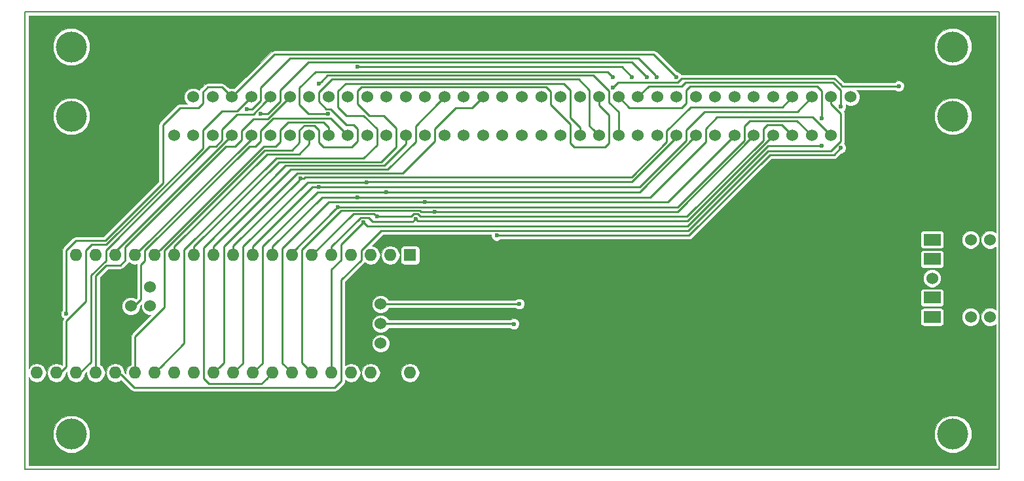
<source format=gbr>
G04 #@! TF.FileFunction,Copper,L2,Bot,Signal*
%FSLAX46Y46*%
G04 Gerber Fmt 4.6, Leading zero omitted, Abs format (unit mm)*
G04 Created by KiCad (PCBNEW 4.0.4-stable) date 12/28/18 13:00:29*
%MOMM*%
%LPD*%
G01*
G04 APERTURE LIST*
%ADD10C,0.100000*%
%ADD11C,0.150000*%
%ADD12C,4.000000*%
%ADD13C,1.524000*%
%ADD14R,1.600000X1.600000*%
%ADD15O,1.600000X1.600000*%
%ADD16R,1.500000X2.200000*%
%ADD17R,2.200000X1.500000*%
%ADD18C,0.600000*%
%ADD19C,2.000000*%
%ADD20C,0.250000*%
G04 APERTURE END LIST*
D10*
D11*
X211500000Y-150700000D02*
X211500000Y-91500000D01*
X85500000Y-150700000D02*
X85500000Y-91500000D01*
X85500000Y-91500000D02*
X211500000Y-91500000D01*
X85500000Y-150700000D02*
X211500000Y-150700000D01*
D12*
X91501100Y-105003600D03*
D13*
X192251100Y-107503600D03*
X189751100Y-107503600D03*
X187251100Y-107503600D03*
X184751100Y-107503600D03*
X182251100Y-107503600D03*
X179751100Y-107503600D03*
X177251100Y-107503600D03*
X174751100Y-107503600D03*
X172251100Y-107503600D03*
X169751100Y-107503600D03*
X167251100Y-107503600D03*
X164751100Y-107503600D03*
X162251100Y-107503600D03*
X159751100Y-107503600D03*
X157251100Y-107503600D03*
X154751100Y-107503600D03*
X152251100Y-107503600D03*
X149751100Y-107503600D03*
X147251100Y-107503600D03*
X144751100Y-107503600D03*
X142251100Y-107503600D03*
X139751100Y-107503600D03*
X137251100Y-107503600D03*
X134751100Y-107503600D03*
X132251100Y-107503600D03*
X129751100Y-107503600D03*
X127251100Y-107503600D03*
X124751100Y-107503600D03*
X122251100Y-107503600D03*
X119751100Y-107503600D03*
X117251100Y-107503600D03*
X114751100Y-107503600D03*
X112251100Y-107503600D03*
X109751100Y-107503600D03*
X107251100Y-107503600D03*
X104751100Y-107503600D03*
X192251100Y-102503600D03*
X189751100Y-102503600D03*
X187251100Y-102503600D03*
X184751100Y-102503600D03*
X182251100Y-102503600D03*
X179751100Y-102503600D03*
X177251100Y-102503600D03*
X174751100Y-102503600D03*
X172251100Y-102503600D03*
X169751100Y-102503600D03*
X167251100Y-102503600D03*
X164751100Y-102503600D03*
X162251100Y-102503600D03*
X159751100Y-102503600D03*
X157251100Y-102503600D03*
X154751100Y-102503600D03*
X152251100Y-102503600D03*
X149751100Y-102503600D03*
X147251100Y-102503600D03*
X144751100Y-102503600D03*
X142251100Y-102503600D03*
X139751100Y-102503600D03*
X137251100Y-102503600D03*
X134751100Y-102503600D03*
X132251100Y-102503600D03*
X129751100Y-102503600D03*
X127251100Y-102503600D03*
X124751100Y-102503600D03*
X122251100Y-102503600D03*
X119751100Y-102503600D03*
X117251100Y-102503600D03*
X114751100Y-102503600D03*
X112251100Y-102503600D03*
X109751100Y-102503600D03*
X107251100Y-102503600D03*
X104751100Y-102503600D03*
D12*
X205501100Y-105003600D03*
X205500000Y-96000000D03*
X91500000Y-96000000D03*
D13*
X96700000Y-127100000D03*
X99200000Y-127100000D03*
X101700000Y-127100000D03*
D14*
X135300000Y-123000000D03*
D15*
X87040000Y-138240000D03*
X132760000Y-123000000D03*
X89580000Y-138240000D03*
X130220000Y-123000000D03*
X92120000Y-138240000D03*
X127680000Y-123000000D03*
X94660000Y-138240000D03*
X125140000Y-123000000D03*
X97200000Y-138240000D03*
X122600000Y-123000000D03*
X99740000Y-138240000D03*
X120060000Y-123000000D03*
X102280000Y-138240000D03*
X117520000Y-123000000D03*
X104820000Y-138240000D03*
X114980000Y-123000000D03*
X107360000Y-138240000D03*
X112440000Y-123000000D03*
X109900000Y-138240000D03*
X109900000Y-123000000D03*
X112440000Y-138240000D03*
X107360000Y-123000000D03*
X114980000Y-138240000D03*
X104820000Y-123000000D03*
X117520000Y-138240000D03*
X102280000Y-123000000D03*
X120060000Y-138240000D03*
X99740000Y-123000000D03*
X122600000Y-138240000D03*
X97200000Y-123000000D03*
X125140000Y-138240000D03*
X94660000Y-123000000D03*
X127680000Y-138240000D03*
X92120000Y-123000000D03*
X130220000Y-138240000D03*
X89580000Y-123000000D03*
X132760000Y-138240000D03*
X87040000Y-123000000D03*
X135300000Y-138240000D03*
D13*
X131490000Y-134430000D03*
X131490000Y-131890000D03*
X131490000Y-129350000D03*
X131490000Y-126810000D03*
X101700000Y-129600000D03*
X99200000Y-129600000D03*
X96700000Y-129600000D03*
D12*
X205500000Y-146200000D03*
D13*
X202800000Y-126000000D03*
X207800000Y-121000000D03*
X207800000Y-131000000D03*
X210300000Y-121000000D03*
X210300000Y-131000000D03*
D16*
X207800000Y-126000000D03*
D17*
X202800000Y-123500000D03*
X202800000Y-128500000D03*
X202800000Y-131000000D03*
X202800000Y-121000000D03*
D12*
X91500000Y-146200000D03*
D18*
X128502129Y-115474990D03*
X125958051Y-116758051D03*
X131000000Y-118000000D03*
X136000000Y-118300000D03*
X138500000Y-117374977D03*
X137200000Y-116124965D03*
X132200000Y-114800000D03*
X129700000Y-113525011D03*
X128500000Y-98607704D03*
X164000000Y-99899992D03*
X161500000Y-99900000D03*
X124700000Y-104674968D03*
X123500000Y-100800000D03*
X149400000Y-129300000D03*
X148725010Y-131900000D03*
X188500000Y-108800000D03*
X188500000Y-105300000D03*
X129300000Y-118725010D03*
X191000000Y-103775000D03*
X191000000Y-109100000D03*
X146500000Y-120450011D03*
X115931587Y-104707011D03*
X165899998Y-99900000D03*
X167200000Y-99900000D03*
X114200000Y-104100000D03*
X123516944Y-114150021D03*
X121141949Y-113058051D03*
X90850000Y-130625000D03*
X169700000Y-99900000D03*
X198500000Y-101100000D03*
X161500000Y-101300000D03*
D19*
X132760000Y-138240000D02*
X132760000Y-137140000D01*
X132760000Y-137140000D02*
X134900000Y-135000000D01*
X134900000Y-135000000D02*
X204800000Y-135000000D01*
X205500000Y-134300000D02*
X205500000Y-128700000D01*
X204800000Y-135000000D02*
X205500000Y-134300000D01*
X205500000Y-128700000D02*
X208200000Y-126000000D01*
D20*
X128926393Y-115474990D02*
X128502129Y-115474990D01*
X166325010Y-115474990D02*
X128926393Y-115474990D01*
X173500000Y-106600000D02*
X173500000Y-108300000D01*
X128077865Y-115474990D02*
X128502129Y-115474990D01*
X117520000Y-123000000D02*
X117520000Y-121868630D01*
X189751100Y-107503600D02*
X187347500Y-105100000D01*
X175000000Y-105100000D02*
X173500000Y-106600000D01*
X123913640Y-115474990D02*
X128077865Y-115474990D01*
X173500000Y-108300000D02*
X166325010Y-115474990D01*
X187347500Y-105100000D02*
X175000000Y-105100000D01*
X117520000Y-121868630D02*
X123913640Y-115474990D01*
X187251100Y-107503600D02*
X185347500Y-105600000D01*
X178500000Y-106300000D02*
X178500000Y-108118290D01*
X185347500Y-105600000D02*
X179200000Y-105600000D01*
X125966135Y-116749967D02*
X125958051Y-116758051D01*
X179200000Y-105600000D02*
X178500000Y-106300000D01*
X178500000Y-108118290D02*
X169868323Y-116749967D01*
X169868323Y-116749967D02*
X125966135Y-116749967D01*
X120060000Y-123000000D02*
X120000000Y-122940000D01*
X120000000Y-122940000D02*
X120000000Y-122716102D01*
X120000000Y-122716102D02*
X125658052Y-117058050D01*
X125658052Y-117058050D02*
X125958051Y-116758051D01*
X184751100Y-107503600D02*
X183347500Y-106100000D01*
X181000000Y-108118290D02*
X171118311Y-117999979D01*
X171118311Y-117999979D02*
X136599979Y-117999979D01*
X183347500Y-106100000D02*
X181500000Y-106100000D01*
X136249989Y-117649989D02*
X135750011Y-117649989D01*
X181500000Y-106100000D02*
X181000000Y-106600000D01*
X181000000Y-106600000D02*
X181000000Y-108118290D01*
X136599979Y-117999979D02*
X136249989Y-117649989D01*
X135750011Y-117649989D02*
X135400000Y-118000000D01*
X135400000Y-118000000D02*
X131000000Y-118000000D01*
X130700001Y-117700001D02*
X131000000Y-118000000D01*
X122600000Y-123000000D02*
X127950011Y-117649989D01*
X127950011Y-117649989D02*
X130649989Y-117649989D01*
X130649989Y-117649989D02*
X130700001Y-117700001D01*
X125140000Y-123000000D02*
X125140000Y-121868630D01*
X125140000Y-121868630D02*
X128908630Y-118100000D01*
X129900000Y-118100000D02*
X130425003Y-118625003D01*
X128908630Y-118100000D02*
X129900000Y-118100000D01*
X130425003Y-118625003D02*
X135674997Y-118625003D01*
X135674997Y-118625003D02*
X135700001Y-118599999D01*
X135700001Y-118599999D02*
X136000000Y-118300000D01*
X182251100Y-107503600D02*
X171154701Y-118599999D01*
X171154701Y-118599999D02*
X136299999Y-118599999D01*
X136299999Y-118599999D02*
X136000000Y-118300000D01*
X138500000Y-117374977D02*
X136674977Y-117374977D01*
X136674977Y-117374977D02*
X136499978Y-117199978D01*
X121300000Y-136940000D02*
X122600000Y-138240000D01*
X136499978Y-117199978D02*
X126400022Y-117199978D01*
X126400022Y-117199978D02*
X121300000Y-122300000D01*
X121300000Y-122300000D02*
X121300000Y-136940000D01*
X138924264Y-117374977D02*
X138500000Y-117374977D01*
X169879723Y-117374977D02*
X138924264Y-117374977D01*
X179751100Y-107503600D02*
X169879723Y-117374977D01*
X120060000Y-138240000D02*
X118800000Y-136980000D01*
X118800000Y-136980000D02*
X118800000Y-122097824D01*
X118800000Y-122097824D02*
X124797824Y-116100000D01*
X124797824Y-116100000D02*
X137175035Y-116100000D01*
X137175035Y-116100000D02*
X137200000Y-116124965D01*
X137624264Y-116124965D02*
X137200000Y-116124965D01*
X177251100Y-107503600D02*
X168629735Y-116124965D01*
X168629735Y-116124965D02*
X137624264Y-116124965D01*
X109275000Y-139675000D02*
X116085000Y-139675000D01*
X116720001Y-139039999D02*
X117520000Y-138240000D01*
X134751100Y-107503600D02*
X134751100Y-108581230D01*
X119200000Y-111400000D02*
X108600000Y-122000000D01*
X116085000Y-139675000D02*
X116720001Y-139039999D01*
X134751100Y-108581230D02*
X131932330Y-111400000D01*
X108600000Y-139000000D02*
X109275000Y-139675000D01*
X131932330Y-111400000D02*
X119200000Y-111400000D01*
X108600000Y-122000000D02*
X108600000Y-139000000D01*
X172251100Y-107503600D02*
X164954700Y-114800000D01*
X164954700Y-114800000D02*
X132624264Y-114800000D01*
X132624264Y-114800000D02*
X132200000Y-114800000D01*
X131775736Y-114800000D02*
X132200000Y-114800000D01*
X123300000Y-114800000D02*
X131775736Y-114800000D01*
X116200000Y-137020000D02*
X116200000Y-121900000D01*
X114980000Y-138240000D02*
X116200000Y-137020000D01*
X116200000Y-121900000D02*
X123300000Y-114800000D01*
X169751100Y-107503600D02*
X169751100Y-107748900D01*
X169751100Y-107748900D02*
X164000000Y-113500000D01*
X164000000Y-113500000D02*
X130124264Y-113500000D01*
X129275736Y-113525011D02*
X129700000Y-113525011D01*
X113700000Y-121900000D02*
X122074989Y-113525011D01*
X113700000Y-136980000D02*
X113700000Y-121900000D01*
X112440000Y-138240000D02*
X113700000Y-136980000D01*
X122074989Y-113525011D02*
X129275736Y-113525011D01*
X135900000Y-113500000D02*
X130124264Y-113500000D01*
X129725011Y-113500000D02*
X129700000Y-113525011D01*
X130124264Y-113500000D02*
X129725011Y-113500000D01*
X99200000Y-129600000D02*
X99600000Y-129600000D01*
X99600000Y-129600000D02*
X100450000Y-128750000D01*
X100450000Y-128750000D02*
X100450000Y-124250000D01*
X125047478Y-105299978D02*
X126489101Y-106741601D01*
X100450000Y-124250000D02*
X101000000Y-123700000D01*
X101000000Y-123700000D02*
X101000000Y-122400000D01*
X101000000Y-122400000D02*
X114500000Y-108900000D01*
X114500000Y-108900000D02*
X115300000Y-108900000D01*
X115300000Y-108900000D02*
X116000000Y-108200000D01*
X116000000Y-108200000D02*
X116000000Y-106900000D01*
X116000000Y-106900000D02*
X117600022Y-105299978D01*
X117600022Y-105299978D02*
X125047478Y-105299978D01*
X126489101Y-106741601D02*
X127251100Y-107503600D01*
X164000000Y-99899992D02*
X162707712Y-98607704D01*
X128924264Y-98607704D02*
X128500000Y-98607704D01*
X162707712Y-98607704D02*
X128924264Y-98607704D01*
X161200001Y-99600001D02*
X161500000Y-99900000D01*
X123067286Y-99232714D02*
X160832714Y-99232714D01*
X121000000Y-101300000D02*
X123067286Y-99232714D01*
X121000000Y-103500000D02*
X121000000Y-101300000D01*
X160832714Y-99232714D02*
X161200001Y-99600001D01*
X122174968Y-104674968D02*
X121000000Y-103500000D01*
X124700000Y-104674968D02*
X122174968Y-104674968D01*
X103079999Y-122183590D02*
X116363589Y-108900000D01*
X124751100Y-106425970D02*
X124751100Y-107503600D01*
X119550011Y-105749989D02*
X124075119Y-105749989D01*
X124075119Y-105749989D02*
X124751100Y-106425970D01*
X118500000Y-106800000D02*
X119550011Y-105749989D01*
X118500000Y-108300000D02*
X118500000Y-106800000D01*
X116363589Y-108900000D02*
X117900000Y-108900000D01*
X102280000Y-123000000D02*
X103079999Y-122200001D01*
X117900000Y-108900000D02*
X118500000Y-108300000D01*
X103079999Y-122200001D02*
X103079999Y-122183590D01*
X104820000Y-123000000D02*
X104820000Y-121868630D01*
X104820000Y-121868630D02*
X116788630Y-109900000D01*
X116788630Y-109900000D02*
X120932330Y-109900000D01*
X120932330Y-109900000D02*
X122251100Y-108581230D01*
X122251100Y-108581230D02*
X122251100Y-107503600D01*
X123799999Y-100500001D02*
X123500000Y-100800000D01*
X128940401Y-99700000D02*
X128940379Y-99700022D01*
X124599978Y-99700022D02*
X123799999Y-100500001D01*
X159000000Y-99700000D02*
X128940401Y-99700000D01*
X161000000Y-101700000D02*
X159000000Y-99700000D01*
X162251100Y-104451100D02*
X161000000Y-103200000D01*
X162251100Y-107503600D02*
X162251100Y-104451100D01*
X161000000Y-103200000D02*
X161000000Y-101700000D01*
X128940379Y-99700022D02*
X124599978Y-99700022D01*
X124100000Y-109000000D02*
X127700000Y-109000000D01*
X103550000Y-129725000D02*
X103550000Y-122350000D01*
X99740000Y-133535000D02*
X103550000Y-129725000D01*
X99740000Y-138240000D02*
X99740000Y-133535000D01*
X103550000Y-122350000D02*
X116500000Y-109400000D01*
X127700000Y-109000000D02*
X128500000Y-108200000D01*
X116500000Y-109400000D02*
X120000000Y-109400000D01*
X120000000Y-109400000D02*
X121000000Y-108400000D01*
X158500000Y-106252500D02*
X158989101Y-106741601D01*
X123500000Y-106800000D02*
X123500000Y-108400000D01*
X121000000Y-108400000D02*
X121000000Y-106800000D01*
X121000000Y-106800000D02*
X121600000Y-106200000D01*
X123500000Y-101900000D02*
X125200020Y-100199980D01*
X121600000Y-106200000D02*
X122900000Y-106200000D01*
X127050034Y-106100000D02*
X125000001Y-104049967D01*
X122900000Y-106200000D02*
X123500000Y-106800000D01*
X123500000Y-108400000D02*
X124100000Y-109000000D01*
X128500000Y-108200000D02*
X128500000Y-106600000D01*
X128500000Y-106600000D02*
X128000000Y-106100000D01*
X128000000Y-106100000D02*
X127050034Y-106100000D01*
X125000001Y-104049967D02*
X124449967Y-104049967D01*
X124449967Y-104049967D02*
X123500000Y-103100000D01*
X123500000Y-103100000D02*
X123500000Y-101900000D01*
X158989101Y-106741601D02*
X159751100Y-107503600D01*
X125200020Y-100199980D02*
X157099980Y-100199980D01*
X157099980Y-100199980D02*
X158500000Y-101600000D01*
X158500000Y-101600000D02*
X158500000Y-106252500D01*
X157251100Y-107503600D02*
X157251100Y-106425970D01*
X129300000Y-110400000D02*
X118000000Y-110400000D01*
X157251100Y-106425970D02*
X156000000Y-105174870D01*
X156000000Y-105174870D02*
X156000000Y-101600000D01*
X118000000Y-110400000D02*
X106100000Y-122300000D01*
X156000000Y-101600000D02*
X155149989Y-100749989D01*
X126950011Y-100749989D02*
X126000000Y-101700000D01*
X155149989Y-100749989D02*
X126950011Y-100749989D01*
X131000000Y-108700000D02*
X129300000Y-110400000D01*
X126000000Y-101700000D02*
X126000000Y-103800000D01*
X126000000Y-103800000D02*
X127100000Y-104900000D01*
X127100000Y-104900000D02*
X129300000Y-104900000D01*
X129300000Y-104900000D02*
X131000000Y-106600000D01*
X131000000Y-106600000D02*
X131000000Y-108700000D01*
X106100000Y-122300000D02*
X106100000Y-134420000D01*
X106100000Y-134420000D02*
X103079999Y-137440001D01*
X103079999Y-137440001D02*
X102280000Y-138240000D01*
X149400000Y-129300000D02*
X131540000Y-129300000D01*
X131540000Y-129300000D02*
X131490000Y-129350000D01*
X148715010Y-131890000D02*
X148725010Y-131900000D01*
X131490000Y-131890000D02*
X148715010Y-131890000D01*
X162251100Y-102503600D02*
X163647500Y-103900000D01*
X188500000Y-101700000D02*
X188500000Y-103200000D01*
X163647500Y-103900000D02*
X170400000Y-103900000D01*
X171000000Y-103300000D02*
X171000000Y-101600000D01*
X170400000Y-103900000D02*
X171000000Y-103300000D01*
X171000000Y-101600000D02*
X171500000Y-101100000D01*
X171500000Y-101100000D02*
X187900000Y-101100000D01*
X187900000Y-101100000D02*
X188500000Y-101700000D01*
X188500000Y-103200000D02*
X188500000Y-105300000D01*
X129300000Y-118725010D02*
X129774990Y-119200000D01*
X129774990Y-119200000D02*
X171200000Y-119200000D01*
X171200000Y-119200000D02*
X181600000Y-108800000D01*
X181600000Y-108800000D02*
X188500000Y-108800000D01*
X125140000Y-138240000D02*
X125140000Y-124860000D01*
X125140000Y-124860000D02*
X126400000Y-123600000D01*
X126400000Y-123600000D02*
X126400000Y-121625010D01*
X129000001Y-119025009D02*
X129300000Y-118725010D01*
X126400000Y-121625010D02*
X129000001Y-119025009D01*
X164751100Y-102503600D02*
X166154700Y-101100000D01*
X166154700Y-101100000D02*
X170450000Y-101100000D01*
X170450000Y-101100000D02*
X170950000Y-100600000D01*
X170950000Y-100600000D02*
X190000000Y-100600000D01*
X190000000Y-100600000D02*
X191000000Y-101600000D01*
X191000000Y-101600000D02*
X191000000Y-103350736D01*
X191000000Y-103350736D02*
X191000000Y-103775000D01*
X181800000Y-110000000D02*
X190100000Y-110000000D01*
X190100000Y-110000000D02*
X191000000Y-109100000D01*
X181800000Y-110000000D02*
X171349989Y-120450011D01*
X171349989Y-120450011D02*
X146924264Y-120450011D01*
X146924264Y-120450011D02*
X146500000Y-120450011D01*
X118500000Y-101600000D02*
X118500000Y-103100000D01*
X116355851Y-104707011D02*
X115931587Y-104707011D01*
X118500000Y-103100000D02*
X116892989Y-104707011D01*
X163974996Y-97974998D02*
X122125002Y-97974998D01*
X122125002Y-97974998D02*
X118500000Y-101600000D01*
X165899998Y-99900000D02*
X163974996Y-97974998D01*
X116892989Y-104707011D02*
X116355851Y-104707011D01*
X114751100Y-107988900D02*
X114751100Y-107503600D01*
X99740000Y-123000000D02*
X114751100Y-107988900D01*
X119799977Y-97500023D02*
X164800023Y-97500023D01*
X166900001Y-99600001D02*
X167200000Y-99900000D01*
X114200000Y-104100000D02*
X114863589Y-104100000D01*
X116000000Y-102963589D02*
X116000000Y-101300000D01*
X114863589Y-104100000D02*
X116000000Y-102963589D01*
X116000000Y-101300000D02*
X119799977Y-97500023D01*
X164800023Y-97500023D02*
X166900001Y-99600001D01*
X112251100Y-107503600D02*
X97200000Y-122554700D01*
X97200000Y-122554700D02*
X97200000Y-123000000D01*
X189751100Y-102503600D02*
X189751100Y-103426100D01*
X189751100Y-103426100D02*
X191000000Y-104675000D01*
X97385000Y-138425000D02*
X97200000Y-138240000D01*
X191000000Y-104675000D02*
X191000000Y-108200000D01*
X171274999Y-119825001D02*
X131578870Y-119825001D01*
X129000000Y-123600000D02*
X126400000Y-126200000D01*
X125574989Y-140125011D02*
X99600011Y-140125011D01*
X191000000Y-108200000D02*
X189700000Y-109500000D01*
X189700000Y-109500000D02*
X181600000Y-109500000D01*
X181600000Y-109500000D02*
X171274999Y-119825001D01*
X131578870Y-119825001D02*
X129000000Y-122403871D01*
X126400000Y-126200000D02*
X126400000Y-139300000D01*
X129000000Y-122403871D02*
X129000000Y-123600000D01*
X126400000Y-139300000D02*
X125574989Y-140125011D01*
X99600011Y-140125011D02*
X97900000Y-138425000D01*
X97900000Y-138425000D02*
X97385000Y-138425000D01*
X114980000Y-121868630D02*
X122698609Y-114150021D01*
X123092680Y-114150021D02*
X123516944Y-114150021D01*
X164968269Y-114150021D02*
X123941208Y-114150021D01*
X123941208Y-114150021D02*
X123516944Y-114150021D01*
X171000000Y-108118290D02*
X164968269Y-114150021D01*
X171000000Y-106800000D02*
X171000000Y-108118290D01*
X173400000Y-104400000D02*
X171000000Y-106800000D01*
X185354700Y-104400000D02*
X173400000Y-104400000D01*
X122698609Y-114150021D02*
X123092680Y-114150021D01*
X187251100Y-102503600D02*
X185354700Y-104400000D01*
X114980000Y-123000000D02*
X114980000Y-121868630D01*
X120841950Y-113358050D02*
X121141949Y-113058051D01*
X112440000Y-121760000D02*
X120841950Y-113358050D01*
X168500000Y-108300000D02*
X163941948Y-112858052D01*
X112440000Y-123000000D02*
X112440000Y-121760000D01*
X121766212Y-112858052D02*
X121566213Y-113058051D01*
X171600000Y-103800000D02*
X168500000Y-106900000D01*
X163941948Y-112858052D02*
X121766212Y-112858052D01*
X183454700Y-103800000D02*
X171600000Y-103800000D01*
X184751100Y-102503600D02*
X183454700Y-103800000D01*
X168500000Y-106900000D02*
X168500000Y-108300000D01*
X121566213Y-113058051D02*
X121141949Y-113058051D01*
X109900000Y-123000000D02*
X109900000Y-121868630D01*
X109900000Y-121868630D02*
X119868630Y-111900000D01*
X136000000Y-108300000D02*
X136000000Y-106254700D01*
X119868630Y-111900000D02*
X132400000Y-111900000D01*
X138989101Y-103265599D02*
X139751100Y-102503600D01*
X132400000Y-111900000D02*
X136000000Y-108300000D01*
X136000000Y-106254700D02*
X138989101Y-103265599D01*
X94660000Y-138240000D02*
X94660000Y-125640000D01*
X94660000Y-125640000D02*
X96000000Y-124300000D01*
X115067988Y-105332012D02*
X116922688Y-105332012D01*
X96000000Y-124300000D02*
X97850000Y-124300000D01*
X98475000Y-121925000D02*
X111500000Y-108900000D01*
X97850000Y-124300000D02*
X98475000Y-123675000D01*
X111500000Y-108900000D02*
X112700000Y-108900000D01*
X113500000Y-106900000D02*
X115067988Y-105332012D01*
X98475000Y-123675000D02*
X98475000Y-121925000D01*
X112700000Y-108900000D02*
X113500000Y-108100000D01*
X113500000Y-108100000D02*
X113500000Y-106900000D01*
X116922688Y-105332012D02*
X118989101Y-103265599D01*
X118989101Y-103265599D02*
X119751100Y-102503600D01*
X92120000Y-138240000D02*
X92635000Y-138240000D01*
X94025000Y-136850000D02*
X94025000Y-125625000D01*
X95950000Y-123700000D02*
X95950000Y-122350000D01*
X92635000Y-138240000D02*
X94025000Y-136850000D01*
X94025000Y-125625000D02*
X95950000Y-123700000D01*
X95950000Y-122350000D02*
X109400000Y-108900000D01*
X109400000Y-108900000D02*
X110200000Y-108900000D01*
X110200000Y-108900000D02*
X111000000Y-108100000D01*
X111000000Y-108100000D02*
X111000000Y-106700000D01*
X116489101Y-103265599D02*
X117251100Y-102503600D01*
X111000000Y-106700000D02*
X112950011Y-104749989D01*
X112950011Y-104749989D02*
X115004711Y-104749989D01*
X115004711Y-104749989D02*
X116489101Y-103265599D01*
X89580000Y-138240000D02*
X90060000Y-138240000D01*
X90060000Y-138240000D02*
X90850000Y-137450000D01*
X90850000Y-137450000D02*
X90850000Y-131550000D01*
X108500000Y-109150000D02*
X108500000Y-106800000D01*
X90850000Y-131550000D02*
X93400000Y-129000000D01*
X96000000Y-121650000D02*
X108500000Y-109150000D01*
X108500000Y-106800000D02*
X111000022Y-104299978D01*
X93400000Y-129000000D02*
X93400000Y-122400000D01*
X93400000Y-122400000D02*
X94150000Y-121650000D01*
X94150000Y-121650000D02*
X96000000Y-121650000D01*
X111000022Y-104299978D02*
X112954722Y-104299978D01*
X112954722Y-104299978D02*
X113989101Y-103265599D01*
X113989101Y-103265599D02*
X114751100Y-102503600D01*
X90850000Y-130625000D02*
X90850000Y-122350000D01*
X110972500Y-101225000D02*
X112251100Y-102503600D01*
X90850000Y-122350000D02*
X92075000Y-121125000D01*
X92075000Y-121125000D02*
X95875000Y-121125000D01*
X95875000Y-121125000D02*
X103325000Y-113675000D01*
X105550000Y-103900000D02*
X107900000Y-103900000D01*
X103325000Y-113675000D02*
X103325000Y-106125000D01*
X103325000Y-106125000D02*
X105550000Y-103900000D01*
X108500000Y-103300000D02*
X108500000Y-101850000D01*
X107900000Y-103900000D02*
X108500000Y-103300000D01*
X108500000Y-101850000D02*
X109125000Y-101225000D01*
X109125000Y-101225000D02*
X110972500Y-101225000D01*
X87040000Y-138240000D02*
X87360000Y-138240000D01*
X166800000Y-97000000D02*
X169400001Y-99600001D01*
X169400001Y-99600001D02*
X169700000Y-99900000D01*
X117754700Y-97000000D02*
X166800000Y-97000000D01*
X112251100Y-102503600D02*
X117754700Y-97000000D01*
X156500000Y-109000000D02*
X156000000Y-108500000D01*
X159751100Y-102503600D02*
X159751100Y-103581230D01*
X153500000Y-103500000D02*
X153500000Y-101800000D01*
X159751100Y-103581230D02*
X161000000Y-104830130D01*
X161000000Y-104830130D02*
X161000000Y-108500000D01*
X131563589Y-110900000D02*
X118328630Y-110900000D01*
X161000000Y-108500000D02*
X160500000Y-109000000D01*
X160500000Y-109000000D02*
X156500000Y-109000000D01*
X156000000Y-108500000D02*
X156000000Y-106000000D01*
X131900000Y-104900000D02*
X133500000Y-106500000D01*
X153500000Y-101800000D02*
X152900000Y-101200000D01*
X156000000Y-106000000D02*
X153500000Y-103500000D01*
X130000000Y-104900000D02*
X131900000Y-104900000D01*
X152900000Y-101200000D02*
X129000000Y-101200000D01*
X128500000Y-101700000D02*
X128500000Y-103400000D01*
X129000000Y-101200000D02*
X128500000Y-101700000D01*
X128500000Y-103400000D02*
X130000000Y-104900000D01*
X133500000Y-106500000D02*
X133500000Y-108963589D01*
X133500000Y-108963589D02*
X131563589Y-110900000D01*
X118328630Y-110900000D02*
X107360000Y-121868630D01*
X107360000Y-121868630D02*
X107360000Y-123000000D01*
X191150000Y-101100000D02*
X198500000Y-101100000D01*
X190950000Y-100900000D02*
X191150000Y-101100000D01*
X190950000Y-100900000D02*
X190150000Y-100100000D01*
X190150000Y-100100000D02*
X170400000Y-100100000D01*
X170400000Y-100100000D02*
X169899999Y-100600001D01*
X169899999Y-100600001D02*
X162199999Y-100600001D01*
X162199999Y-100600001D02*
X161799999Y-101000001D01*
X161799999Y-101000001D02*
X161500000Y-101300000D01*
X144751100Y-102503600D02*
X143354700Y-103900000D01*
X143354700Y-103900000D02*
X141200000Y-103900000D01*
X134300000Y-112400000D02*
X120700000Y-112400000D01*
X141200000Y-103900000D02*
X138500000Y-106600000D01*
X138500000Y-106600000D02*
X138500000Y-108200000D01*
X138500000Y-108200000D02*
X134300000Y-112400000D01*
X120700000Y-112400000D02*
X111200000Y-121900000D01*
X111200000Y-121900000D02*
X111200000Y-136940000D01*
X111200000Y-136940000D02*
X110699999Y-137440001D01*
X110699999Y-137440001D02*
X109900000Y-138240000D01*
D10*
G36*
X211025000Y-120081514D02*
X210959080Y-120015479D01*
X210532150Y-119838202D01*
X210069878Y-119837799D01*
X209642640Y-120014330D01*
X209315479Y-120340920D01*
X209138202Y-120767850D01*
X209137799Y-121230122D01*
X209314330Y-121657360D01*
X209640920Y-121984521D01*
X210067850Y-122161798D01*
X210530122Y-122162201D01*
X210957360Y-121985670D01*
X211025000Y-121918148D01*
X211025000Y-130081514D01*
X210959080Y-130015479D01*
X210532150Y-129838202D01*
X210069878Y-129837799D01*
X209642640Y-130014330D01*
X209315479Y-130340920D01*
X209138202Y-130767850D01*
X209137799Y-131230122D01*
X209314330Y-131657360D01*
X209640920Y-131984521D01*
X210067850Y-132161798D01*
X210530122Y-132162201D01*
X210957360Y-131985670D01*
X211025000Y-131918148D01*
X211025000Y-150225000D01*
X85975000Y-150225000D01*
X85975000Y-146675295D01*
X89099584Y-146675295D01*
X89464192Y-147557715D01*
X90138734Y-148233435D01*
X91020516Y-148599583D01*
X91975295Y-148600416D01*
X92857715Y-148235808D01*
X93533435Y-147561266D01*
X93899583Y-146679484D01*
X93899586Y-146675295D01*
X203099584Y-146675295D01*
X203464192Y-147557715D01*
X204138734Y-148233435D01*
X205020516Y-148599583D01*
X205975295Y-148600416D01*
X206857715Y-148235808D01*
X207533435Y-147561266D01*
X207899583Y-146679484D01*
X207900416Y-145724705D01*
X207535808Y-144842285D01*
X206861266Y-144166565D01*
X205979484Y-143800417D01*
X205024705Y-143799584D01*
X204142285Y-144164192D01*
X203466565Y-144838734D01*
X203100417Y-145720516D01*
X203099584Y-146675295D01*
X93899586Y-146675295D01*
X93900416Y-145724705D01*
X93535808Y-144842285D01*
X92861266Y-144166565D01*
X91979484Y-143800417D01*
X91024705Y-143799584D01*
X90142285Y-144164192D01*
X89466565Y-144838734D01*
X89100417Y-145720516D01*
X89099584Y-146675295D01*
X85975000Y-146675295D01*
X85975000Y-138788063D01*
X86191472Y-139112037D01*
X86580780Y-139372164D01*
X87040000Y-139463509D01*
X87499220Y-139372164D01*
X87888528Y-139112037D01*
X88148655Y-138722729D01*
X88240000Y-138263509D01*
X88240000Y-138216491D01*
X88380000Y-138216491D01*
X88380000Y-138263509D01*
X88471345Y-138722729D01*
X88731472Y-139112037D01*
X89120780Y-139372164D01*
X89580000Y-139463509D01*
X90039220Y-139372164D01*
X90428528Y-139112037D01*
X90688655Y-138722729D01*
X90780000Y-138263509D01*
X90780000Y-138262462D01*
X90943348Y-138099114D01*
X90920000Y-138216491D01*
X90920000Y-138263509D01*
X91011345Y-138722729D01*
X91271472Y-139112037D01*
X91660780Y-139372164D01*
X92120000Y-139463509D01*
X92579220Y-139372164D01*
X92968528Y-139112037D01*
X93228655Y-138722729D01*
X93311569Y-138305893D01*
X93474657Y-138142805D01*
X93460000Y-138216491D01*
X93460000Y-138263509D01*
X93551345Y-138722729D01*
X93811472Y-139112037D01*
X94200780Y-139372164D01*
X94660000Y-139463509D01*
X95119220Y-139372164D01*
X95508528Y-139112037D01*
X95768655Y-138722729D01*
X95860000Y-138263509D01*
X95860000Y-138216491D01*
X95768655Y-137757271D01*
X95508528Y-137367963D01*
X95185000Y-137151789D01*
X95185000Y-125857462D01*
X96217462Y-124825000D01*
X97850000Y-124825000D01*
X98050909Y-124785037D01*
X98221231Y-124671231D01*
X98846231Y-124046231D01*
X98940662Y-123904905D01*
X99280780Y-124132164D01*
X99740000Y-124223509D01*
X99938108Y-124184103D01*
X99925000Y-124250000D01*
X99925000Y-128532538D01*
X99847053Y-128610485D01*
X99432150Y-128438202D01*
X98969878Y-128437799D01*
X98542640Y-128614330D01*
X98215479Y-128940920D01*
X98038202Y-129367850D01*
X98037799Y-129830122D01*
X98214330Y-130257360D01*
X98540920Y-130584521D01*
X98967850Y-130761798D01*
X99430122Y-130762201D01*
X99857360Y-130585670D01*
X100184521Y-130259080D01*
X100361798Y-129832150D01*
X100362017Y-129580445D01*
X100538170Y-129404292D01*
X100537799Y-129830122D01*
X100714330Y-130257360D01*
X101040920Y-130584521D01*
X101467850Y-130761798D01*
X101770476Y-130762062D01*
X99368769Y-133163769D01*
X99254963Y-133334091D01*
X99215000Y-133535000D01*
X99215000Y-137151789D01*
X98891472Y-137367963D01*
X98631345Y-137757271D01*
X98540000Y-138216491D01*
X98540000Y-138263509D01*
X98554657Y-138337195D01*
X98391569Y-138174107D01*
X98308655Y-137757271D01*
X98048528Y-137367963D01*
X97659220Y-137107836D01*
X97200000Y-137016491D01*
X96740780Y-137107836D01*
X96351472Y-137367963D01*
X96091345Y-137757271D01*
X96000000Y-138216491D01*
X96000000Y-138263509D01*
X96091345Y-138722729D01*
X96351472Y-139112037D01*
X96740780Y-139372164D01*
X97200000Y-139463509D01*
X97659220Y-139372164D01*
X97926267Y-139193729D01*
X99228780Y-140496242D01*
X99399102Y-140610048D01*
X99600011Y-140650011D01*
X125574989Y-140650011D01*
X125775898Y-140610048D01*
X125946220Y-140496242D01*
X126771231Y-139671231D01*
X126885037Y-139500909D01*
X126925000Y-139300000D01*
X126925000Y-139174530D01*
X127220780Y-139372164D01*
X127680000Y-139463509D01*
X128139220Y-139372164D01*
X128528528Y-139112037D01*
X128788655Y-138722729D01*
X128880000Y-138263509D01*
X128880000Y-138216491D01*
X129020000Y-138216491D01*
X129020000Y-138263509D01*
X129111345Y-138722729D01*
X129371472Y-139112037D01*
X129760780Y-139372164D01*
X130220000Y-139463509D01*
X130679220Y-139372164D01*
X131068528Y-139112037D01*
X131328655Y-138722729D01*
X131420000Y-138263509D01*
X131420000Y-138216491D01*
X134100000Y-138216491D01*
X134100000Y-138263509D01*
X134191345Y-138722729D01*
X134451472Y-139112037D01*
X134840780Y-139372164D01*
X135300000Y-139463509D01*
X135759220Y-139372164D01*
X136148528Y-139112037D01*
X136408655Y-138722729D01*
X136500000Y-138263509D01*
X136500000Y-138216491D01*
X136408655Y-137757271D01*
X136148528Y-137367963D01*
X135759220Y-137107836D01*
X135300000Y-137016491D01*
X134840780Y-137107836D01*
X134451472Y-137367963D01*
X134191345Y-137757271D01*
X134100000Y-138216491D01*
X131420000Y-138216491D01*
X131328655Y-137757271D01*
X131068528Y-137367963D01*
X130679220Y-137107836D01*
X130220000Y-137016491D01*
X129760780Y-137107836D01*
X129371472Y-137367963D01*
X129111345Y-137757271D01*
X129020000Y-138216491D01*
X128880000Y-138216491D01*
X128788655Y-137757271D01*
X128528528Y-137367963D01*
X128139220Y-137107836D01*
X127680000Y-137016491D01*
X127220780Y-137107836D01*
X126925000Y-137305470D01*
X126925000Y-134660122D01*
X130327799Y-134660122D01*
X130504330Y-135087360D01*
X130830920Y-135414521D01*
X131257850Y-135591798D01*
X131720122Y-135592201D01*
X132147360Y-135415670D01*
X132474521Y-135089080D01*
X132651798Y-134662150D01*
X132652201Y-134199878D01*
X132475670Y-133772640D01*
X132149080Y-133445479D01*
X131722150Y-133268202D01*
X131259878Y-133267799D01*
X130832640Y-133444330D01*
X130505479Y-133770920D01*
X130328202Y-134197850D01*
X130327799Y-134660122D01*
X126925000Y-134660122D01*
X126925000Y-132120122D01*
X130327799Y-132120122D01*
X130504330Y-132547360D01*
X130830920Y-132874521D01*
X131257850Y-133051798D01*
X131720122Y-133052201D01*
X132147360Y-132875670D01*
X132474521Y-132549080D01*
X132530196Y-132415000D01*
X148250025Y-132415000D01*
X148327974Y-132493085D01*
X148585160Y-132599878D01*
X148863638Y-132600121D01*
X149121010Y-132493777D01*
X149318095Y-132297036D01*
X149424888Y-132039850D01*
X149425131Y-131761372D01*
X149318787Y-131504000D01*
X149122046Y-131306915D01*
X148864860Y-131200122D01*
X148586382Y-131199879D01*
X148329010Y-131306223D01*
X148270130Y-131365000D01*
X132530360Y-131365000D01*
X132475670Y-131232640D01*
X132149080Y-130905479D01*
X131722150Y-130728202D01*
X131259878Y-130727799D01*
X130832640Y-130904330D01*
X130505479Y-131230920D01*
X130328202Y-131657850D01*
X130327799Y-132120122D01*
X126925000Y-132120122D01*
X126925000Y-129580122D01*
X130327799Y-129580122D01*
X130504330Y-130007360D01*
X130830920Y-130334521D01*
X131257850Y-130511798D01*
X131720122Y-130512201D01*
X132147360Y-130335670D01*
X132233179Y-130250000D01*
X201292164Y-130250000D01*
X201292164Y-131750000D01*
X201320056Y-131898231D01*
X201407660Y-132034372D01*
X201541329Y-132125704D01*
X201700000Y-132157836D01*
X203900000Y-132157836D01*
X204048231Y-132129944D01*
X204184372Y-132042340D01*
X204275704Y-131908671D01*
X204307836Y-131750000D01*
X204307836Y-131230122D01*
X206637799Y-131230122D01*
X206814330Y-131657360D01*
X207140920Y-131984521D01*
X207567850Y-132161798D01*
X208030122Y-132162201D01*
X208457360Y-131985670D01*
X208784521Y-131659080D01*
X208961798Y-131232150D01*
X208962201Y-130769878D01*
X208785670Y-130342640D01*
X208459080Y-130015479D01*
X208032150Y-129838202D01*
X207569878Y-129837799D01*
X207142640Y-130014330D01*
X206815479Y-130340920D01*
X206638202Y-130767850D01*
X206637799Y-131230122D01*
X204307836Y-131230122D01*
X204307836Y-130250000D01*
X204279944Y-130101769D01*
X204192340Y-129965628D01*
X204058671Y-129874296D01*
X203900000Y-129842164D01*
X201700000Y-129842164D01*
X201551769Y-129870056D01*
X201415628Y-129957660D01*
X201324296Y-130091329D01*
X201292164Y-130250000D01*
X132233179Y-130250000D01*
X132474521Y-130009080D01*
X132550958Y-129825000D01*
X148934998Y-129825000D01*
X149002964Y-129893085D01*
X149260150Y-129999878D01*
X149538628Y-130000121D01*
X149796000Y-129893777D01*
X149993085Y-129697036D01*
X150099878Y-129439850D01*
X150100121Y-129161372D01*
X149993777Y-128904000D01*
X149797036Y-128706915D01*
X149539850Y-128600122D01*
X149261372Y-128599879D01*
X149004000Y-128706223D01*
X148935103Y-128775000D01*
X132509700Y-128775000D01*
X132475670Y-128692640D01*
X132149080Y-128365479D01*
X131722150Y-128188202D01*
X131259878Y-128187799D01*
X130832640Y-128364330D01*
X130505479Y-128690920D01*
X130328202Y-129117850D01*
X130327799Y-129580122D01*
X126925000Y-129580122D01*
X126925000Y-127750000D01*
X201292164Y-127750000D01*
X201292164Y-129250000D01*
X201320056Y-129398231D01*
X201407660Y-129534372D01*
X201541329Y-129625704D01*
X201700000Y-129657836D01*
X203900000Y-129657836D01*
X204048231Y-129629944D01*
X204184372Y-129542340D01*
X204275704Y-129408671D01*
X204307836Y-129250000D01*
X204307836Y-127750000D01*
X204279944Y-127601769D01*
X204192340Y-127465628D01*
X204058671Y-127374296D01*
X203900000Y-127342164D01*
X201700000Y-127342164D01*
X201551769Y-127370056D01*
X201415628Y-127457660D01*
X201324296Y-127591329D01*
X201292164Y-127750000D01*
X126925000Y-127750000D01*
X126925000Y-126417462D01*
X127112340Y-126230122D01*
X201637799Y-126230122D01*
X201814330Y-126657360D01*
X202140920Y-126984521D01*
X202567850Y-127161798D01*
X203030122Y-127162201D01*
X203457360Y-126985670D01*
X203784521Y-126659080D01*
X203961798Y-126232150D01*
X203962201Y-125769878D01*
X203785670Y-125342640D01*
X203459080Y-125015479D01*
X203032150Y-124838202D01*
X202569878Y-124837799D01*
X202142640Y-125014330D01*
X201815479Y-125340920D01*
X201638202Y-125767850D01*
X201637799Y-126230122D01*
X127112340Y-126230122D01*
X129371231Y-123971231D01*
X129417127Y-123902543D01*
X129760780Y-124132164D01*
X130220000Y-124223509D01*
X130679220Y-124132164D01*
X131068528Y-123872037D01*
X131328655Y-123482729D01*
X131420000Y-123023509D01*
X131420000Y-122976491D01*
X131560000Y-122976491D01*
X131560000Y-123023509D01*
X131651345Y-123482729D01*
X131911472Y-123872037D01*
X132300780Y-124132164D01*
X132760000Y-124223509D01*
X133219220Y-124132164D01*
X133608528Y-123872037D01*
X133868655Y-123482729D01*
X133960000Y-123023509D01*
X133960000Y-122976491D01*
X133868655Y-122517271D01*
X133656662Y-122200000D01*
X134092164Y-122200000D01*
X134092164Y-123800000D01*
X134120056Y-123948231D01*
X134207660Y-124084372D01*
X134341329Y-124175704D01*
X134500000Y-124207836D01*
X136100000Y-124207836D01*
X136248231Y-124179944D01*
X136384372Y-124092340D01*
X136475704Y-123958671D01*
X136507836Y-123800000D01*
X136507836Y-122750000D01*
X201292164Y-122750000D01*
X201292164Y-124250000D01*
X201320056Y-124398231D01*
X201407660Y-124534372D01*
X201541329Y-124625704D01*
X201700000Y-124657836D01*
X203900000Y-124657836D01*
X204048231Y-124629944D01*
X204184372Y-124542340D01*
X204275704Y-124408671D01*
X204307836Y-124250000D01*
X204307836Y-122750000D01*
X204279944Y-122601769D01*
X204192340Y-122465628D01*
X204058671Y-122374296D01*
X203900000Y-122342164D01*
X201700000Y-122342164D01*
X201551769Y-122370056D01*
X201415628Y-122457660D01*
X201324296Y-122591329D01*
X201292164Y-122750000D01*
X136507836Y-122750000D01*
X136507836Y-122200000D01*
X136479944Y-122051769D01*
X136392340Y-121915628D01*
X136258671Y-121824296D01*
X136100000Y-121792164D01*
X134500000Y-121792164D01*
X134351769Y-121820056D01*
X134215628Y-121907660D01*
X134124296Y-122041329D01*
X134092164Y-122200000D01*
X133656662Y-122200000D01*
X133608528Y-122127963D01*
X133219220Y-121867836D01*
X132760000Y-121776491D01*
X132300780Y-121867836D01*
X131911472Y-122127963D01*
X131651345Y-122517271D01*
X131560000Y-122976491D01*
X131420000Y-122976491D01*
X131328655Y-122517271D01*
X131068528Y-122127963D01*
X130679220Y-121867836D01*
X130344982Y-121801351D01*
X131796332Y-120350001D01*
X145800087Y-120350001D01*
X145799879Y-120588639D01*
X145906223Y-120846011D01*
X146102964Y-121043096D01*
X146360150Y-121149889D01*
X146638628Y-121150132D01*
X146896000Y-121043788D01*
X146964897Y-120975011D01*
X171349989Y-120975011D01*
X171550898Y-120935048D01*
X171721220Y-120821242D01*
X172292462Y-120250000D01*
X201292164Y-120250000D01*
X201292164Y-121750000D01*
X201320056Y-121898231D01*
X201407660Y-122034372D01*
X201541329Y-122125704D01*
X201700000Y-122157836D01*
X203900000Y-122157836D01*
X204048231Y-122129944D01*
X204184372Y-122042340D01*
X204275704Y-121908671D01*
X204307836Y-121750000D01*
X204307836Y-121230122D01*
X206637799Y-121230122D01*
X206814330Y-121657360D01*
X207140920Y-121984521D01*
X207567850Y-122161798D01*
X208030122Y-122162201D01*
X208457360Y-121985670D01*
X208784521Y-121659080D01*
X208961798Y-121232150D01*
X208962201Y-120769878D01*
X208785670Y-120342640D01*
X208459080Y-120015479D01*
X208032150Y-119838202D01*
X207569878Y-119837799D01*
X207142640Y-120014330D01*
X206815479Y-120340920D01*
X206638202Y-120767850D01*
X206637799Y-121230122D01*
X204307836Y-121230122D01*
X204307836Y-120250000D01*
X204279944Y-120101769D01*
X204192340Y-119965628D01*
X204058671Y-119874296D01*
X203900000Y-119842164D01*
X201700000Y-119842164D01*
X201551769Y-119870056D01*
X201415628Y-119957660D01*
X201324296Y-120091329D01*
X201292164Y-120250000D01*
X172292462Y-120250000D01*
X182017462Y-110525000D01*
X190100000Y-110525000D01*
X190300909Y-110485037D01*
X190471231Y-110371231D01*
X191042425Y-109800037D01*
X191138628Y-109800121D01*
X191396000Y-109693777D01*
X191593085Y-109497036D01*
X191699878Y-109239850D01*
X191700121Y-108961372D01*
X191593777Y-108704000D01*
X191407321Y-108517218D01*
X191485037Y-108400909D01*
X191525000Y-108200000D01*
X191525000Y-105478895D01*
X203100684Y-105478895D01*
X203465292Y-106361315D01*
X204139834Y-107037035D01*
X205021616Y-107403183D01*
X205976395Y-107404016D01*
X206858815Y-107039408D01*
X207534535Y-106364866D01*
X207900683Y-105483084D01*
X207901516Y-104528305D01*
X207536908Y-103645885D01*
X206862366Y-102970165D01*
X205980584Y-102604017D01*
X205025805Y-102603184D01*
X204143385Y-102967792D01*
X203467665Y-103642334D01*
X203101517Y-104524116D01*
X203100684Y-105478895D01*
X191525000Y-105478895D01*
X191525000Y-104675000D01*
X191485037Y-104474091D01*
X191407199Y-104357598D01*
X191593085Y-104172036D01*
X191699878Y-103914850D01*
X191700121Y-103636372D01*
X191648567Y-103511601D01*
X192018950Y-103665398D01*
X192481222Y-103665801D01*
X192908460Y-103489270D01*
X193235621Y-103162680D01*
X193412898Y-102735750D01*
X193413301Y-102273478D01*
X193236770Y-101846240D01*
X193015916Y-101625000D01*
X198034998Y-101625000D01*
X198102964Y-101693085D01*
X198360150Y-101799878D01*
X198638628Y-101800121D01*
X198896000Y-101693777D01*
X199093085Y-101497036D01*
X199199878Y-101239850D01*
X199200121Y-100961372D01*
X199093777Y-100704000D01*
X198897036Y-100506915D01*
X198639850Y-100400122D01*
X198361372Y-100399879D01*
X198104000Y-100506223D01*
X198035103Y-100575000D01*
X191367462Y-100575000D01*
X190521231Y-99728769D01*
X190350909Y-99614963D01*
X190150000Y-99575000D01*
X170400000Y-99575000D01*
X170328953Y-99589132D01*
X170293777Y-99504000D01*
X170097036Y-99306915D01*
X169839850Y-99200122D01*
X169742499Y-99200037D01*
X167171231Y-96628769D01*
X167000909Y-96514963D01*
X166801484Y-96475295D01*
X203099584Y-96475295D01*
X203464192Y-97357715D01*
X204138734Y-98033435D01*
X205020516Y-98399583D01*
X205975295Y-98400416D01*
X206857715Y-98035808D01*
X207533435Y-97361266D01*
X207899583Y-96479484D01*
X207900416Y-95524705D01*
X207535808Y-94642285D01*
X206861266Y-93966565D01*
X205979484Y-93600417D01*
X205024705Y-93599584D01*
X204142285Y-93964192D01*
X203466565Y-94638734D01*
X203100417Y-95520516D01*
X203099584Y-96475295D01*
X166801484Y-96475295D01*
X166800000Y-96475000D01*
X117754700Y-96475000D01*
X117553791Y-96514963D01*
X117383469Y-96628769D01*
X112615515Y-101396723D01*
X112483250Y-101341802D01*
X112020978Y-101341399D01*
X111886802Y-101396840D01*
X111343731Y-100853769D01*
X111173409Y-100739963D01*
X110972500Y-100700000D01*
X109125000Y-100700000D01*
X108924091Y-100739963D01*
X108753769Y-100853769D01*
X108128769Y-101478769D01*
X108024988Y-101634088D01*
X107910180Y-101519079D01*
X107483250Y-101341802D01*
X107020978Y-101341399D01*
X106593740Y-101517930D01*
X106266579Y-101844520D01*
X106089302Y-102271450D01*
X106088899Y-102733722D01*
X106265430Y-103160960D01*
X106479096Y-103375000D01*
X105550000Y-103375000D01*
X105349091Y-103414963D01*
X105178769Y-103528769D01*
X102953769Y-105753769D01*
X102839963Y-105924091D01*
X102800000Y-106125000D01*
X102800000Y-113457538D01*
X95657538Y-120600000D01*
X92075000Y-120600000D01*
X91874091Y-120639963D01*
X91703769Y-120753769D01*
X90478769Y-121978769D01*
X90364963Y-122149091D01*
X90325000Y-122350000D01*
X90325000Y-130159998D01*
X90256915Y-130227964D01*
X90150122Y-130485150D01*
X90149879Y-130763628D01*
X90256223Y-131021000D01*
X90452685Y-131217806D01*
X90364963Y-131349091D01*
X90325000Y-131550000D01*
X90325000Y-137232538D01*
X90285286Y-137272252D01*
X90039220Y-137107836D01*
X89580000Y-137016491D01*
X89120780Y-137107836D01*
X88731472Y-137367963D01*
X88471345Y-137757271D01*
X88380000Y-138216491D01*
X88240000Y-138216491D01*
X88148655Y-137757271D01*
X87888528Y-137367963D01*
X87499220Y-137107836D01*
X87040000Y-137016491D01*
X86580780Y-137107836D01*
X86191472Y-137367963D01*
X85975000Y-137691937D01*
X85975000Y-105478895D01*
X89100684Y-105478895D01*
X89465292Y-106361315D01*
X90139834Y-107037035D01*
X91021616Y-107403183D01*
X91976395Y-107404016D01*
X92858815Y-107039408D01*
X93534535Y-106364866D01*
X93900683Y-105483084D01*
X93901516Y-104528305D01*
X93536908Y-103645885D01*
X92862366Y-102970165D01*
X91980584Y-102604017D01*
X91025805Y-102603184D01*
X90143385Y-102967792D01*
X89467665Y-103642334D01*
X89101517Y-104524116D01*
X89100684Y-105478895D01*
X85975000Y-105478895D01*
X85975000Y-96475295D01*
X89099584Y-96475295D01*
X89464192Y-97357715D01*
X90138734Y-98033435D01*
X91020516Y-98399583D01*
X91975295Y-98400416D01*
X92857715Y-98035808D01*
X93533435Y-97361266D01*
X93899583Y-96479484D01*
X93900416Y-95524705D01*
X93535808Y-94642285D01*
X92861266Y-93966565D01*
X91979484Y-93600417D01*
X91024705Y-93599584D01*
X90142285Y-93964192D01*
X89466565Y-94638734D01*
X89100417Y-95520516D01*
X89099584Y-96475295D01*
X85975000Y-96475295D01*
X85975000Y-91975000D01*
X211025000Y-91975000D01*
X211025000Y-120081514D01*
X211025000Y-120081514D01*
G37*
X211025000Y-120081514D02*
X210959080Y-120015479D01*
X210532150Y-119838202D01*
X210069878Y-119837799D01*
X209642640Y-120014330D01*
X209315479Y-120340920D01*
X209138202Y-120767850D01*
X209137799Y-121230122D01*
X209314330Y-121657360D01*
X209640920Y-121984521D01*
X210067850Y-122161798D01*
X210530122Y-122162201D01*
X210957360Y-121985670D01*
X211025000Y-121918148D01*
X211025000Y-130081514D01*
X210959080Y-130015479D01*
X210532150Y-129838202D01*
X210069878Y-129837799D01*
X209642640Y-130014330D01*
X209315479Y-130340920D01*
X209138202Y-130767850D01*
X209137799Y-131230122D01*
X209314330Y-131657360D01*
X209640920Y-131984521D01*
X210067850Y-132161798D01*
X210530122Y-132162201D01*
X210957360Y-131985670D01*
X211025000Y-131918148D01*
X211025000Y-150225000D01*
X85975000Y-150225000D01*
X85975000Y-146675295D01*
X89099584Y-146675295D01*
X89464192Y-147557715D01*
X90138734Y-148233435D01*
X91020516Y-148599583D01*
X91975295Y-148600416D01*
X92857715Y-148235808D01*
X93533435Y-147561266D01*
X93899583Y-146679484D01*
X93899586Y-146675295D01*
X203099584Y-146675295D01*
X203464192Y-147557715D01*
X204138734Y-148233435D01*
X205020516Y-148599583D01*
X205975295Y-148600416D01*
X206857715Y-148235808D01*
X207533435Y-147561266D01*
X207899583Y-146679484D01*
X207900416Y-145724705D01*
X207535808Y-144842285D01*
X206861266Y-144166565D01*
X205979484Y-143800417D01*
X205024705Y-143799584D01*
X204142285Y-144164192D01*
X203466565Y-144838734D01*
X203100417Y-145720516D01*
X203099584Y-146675295D01*
X93899586Y-146675295D01*
X93900416Y-145724705D01*
X93535808Y-144842285D01*
X92861266Y-144166565D01*
X91979484Y-143800417D01*
X91024705Y-143799584D01*
X90142285Y-144164192D01*
X89466565Y-144838734D01*
X89100417Y-145720516D01*
X89099584Y-146675295D01*
X85975000Y-146675295D01*
X85975000Y-138788063D01*
X86191472Y-139112037D01*
X86580780Y-139372164D01*
X87040000Y-139463509D01*
X87499220Y-139372164D01*
X87888528Y-139112037D01*
X88148655Y-138722729D01*
X88240000Y-138263509D01*
X88240000Y-138216491D01*
X88380000Y-138216491D01*
X88380000Y-138263509D01*
X88471345Y-138722729D01*
X88731472Y-139112037D01*
X89120780Y-139372164D01*
X89580000Y-139463509D01*
X90039220Y-139372164D01*
X90428528Y-139112037D01*
X90688655Y-138722729D01*
X90780000Y-138263509D01*
X90780000Y-138262462D01*
X90943348Y-138099114D01*
X90920000Y-138216491D01*
X90920000Y-138263509D01*
X91011345Y-138722729D01*
X91271472Y-139112037D01*
X91660780Y-139372164D01*
X92120000Y-139463509D01*
X92579220Y-139372164D01*
X92968528Y-139112037D01*
X93228655Y-138722729D01*
X93311569Y-138305893D01*
X93474657Y-138142805D01*
X93460000Y-138216491D01*
X93460000Y-138263509D01*
X93551345Y-138722729D01*
X93811472Y-139112037D01*
X94200780Y-139372164D01*
X94660000Y-139463509D01*
X95119220Y-139372164D01*
X95508528Y-139112037D01*
X95768655Y-138722729D01*
X95860000Y-138263509D01*
X95860000Y-138216491D01*
X95768655Y-137757271D01*
X95508528Y-137367963D01*
X95185000Y-137151789D01*
X95185000Y-125857462D01*
X96217462Y-124825000D01*
X97850000Y-124825000D01*
X98050909Y-124785037D01*
X98221231Y-124671231D01*
X98846231Y-124046231D01*
X98940662Y-123904905D01*
X99280780Y-124132164D01*
X99740000Y-124223509D01*
X99938108Y-124184103D01*
X99925000Y-124250000D01*
X99925000Y-128532538D01*
X99847053Y-128610485D01*
X99432150Y-128438202D01*
X98969878Y-128437799D01*
X98542640Y-128614330D01*
X98215479Y-128940920D01*
X98038202Y-129367850D01*
X98037799Y-129830122D01*
X98214330Y-130257360D01*
X98540920Y-130584521D01*
X98967850Y-130761798D01*
X99430122Y-130762201D01*
X99857360Y-130585670D01*
X100184521Y-130259080D01*
X100361798Y-129832150D01*
X100362017Y-129580445D01*
X100538170Y-129404292D01*
X100537799Y-129830122D01*
X100714330Y-130257360D01*
X101040920Y-130584521D01*
X101467850Y-130761798D01*
X101770476Y-130762062D01*
X99368769Y-133163769D01*
X99254963Y-133334091D01*
X99215000Y-133535000D01*
X99215000Y-137151789D01*
X98891472Y-137367963D01*
X98631345Y-137757271D01*
X98540000Y-138216491D01*
X98540000Y-138263509D01*
X98554657Y-138337195D01*
X98391569Y-138174107D01*
X98308655Y-137757271D01*
X98048528Y-137367963D01*
X97659220Y-137107836D01*
X97200000Y-137016491D01*
X96740780Y-137107836D01*
X96351472Y-137367963D01*
X96091345Y-137757271D01*
X96000000Y-138216491D01*
X96000000Y-138263509D01*
X96091345Y-138722729D01*
X96351472Y-139112037D01*
X96740780Y-139372164D01*
X97200000Y-139463509D01*
X97659220Y-139372164D01*
X97926267Y-139193729D01*
X99228780Y-140496242D01*
X99399102Y-140610048D01*
X99600011Y-140650011D01*
X125574989Y-140650011D01*
X125775898Y-140610048D01*
X125946220Y-140496242D01*
X126771231Y-139671231D01*
X126885037Y-139500909D01*
X126925000Y-139300000D01*
X126925000Y-139174530D01*
X127220780Y-139372164D01*
X127680000Y-139463509D01*
X128139220Y-139372164D01*
X128528528Y-139112037D01*
X128788655Y-138722729D01*
X128880000Y-138263509D01*
X128880000Y-138216491D01*
X129020000Y-138216491D01*
X129020000Y-138263509D01*
X129111345Y-138722729D01*
X129371472Y-139112037D01*
X129760780Y-139372164D01*
X130220000Y-139463509D01*
X130679220Y-139372164D01*
X131068528Y-139112037D01*
X131328655Y-138722729D01*
X131420000Y-138263509D01*
X131420000Y-138216491D01*
X134100000Y-138216491D01*
X134100000Y-138263509D01*
X134191345Y-138722729D01*
X134451472Y-139112037D01*
X134840780Y-139372164D01*
X135300000Y-139463509D01*
X135759220Y-139372164D01*
X136148528Y-139112037D01*
X136408655Y-138722729D01*
X136500000Y-138263509D01*
X136500000Y-138216491D01*
X136408655Y-137757271D01*
X136148528Y-137367963D01*
X135759220Y-137107836D01*
X135300000Y-137016491D01*
X134840780Y-137107836D01*
X134451472Y-137367963D01*
X134191345Y-137757271D01*
X134100000Y-138216491D01*
X131420000Y-138216491D01*
X131328655Y-137757271D01*
X131068528Y-137367963D01*
X130679220Y-137107836D01*
X130220000Y-137016491D01*
X129760780Y-137107836D01*
X129371472Y-137367963D01*
X129111345Y-137757271D01*
X129020000Y-138216491D01*
X128880000Y-138216491D01*
X128788655Y-137757271D01*
X128528528Y-137367963D01*
X128139220Y-137107836D01*
X127680000Y-137016491D01*
X127220780Y-137107836D01*
X126925000Y-137305470D01*
X126925000Y-134660122D01*
X130327799Y-134660122D01*
X130504330Y-135087360D01*
X130830920Y-135414521D01*
X131257850Y-135591798D01*
X131720122Y-135592201D01*
X132147360Y-135415670D01*
X132474521Y-135089080D01*
X132651798Y-134662150D01*
X132652201Y-134199878D01*
X132475670Y-133772640D01*
X132149080Y-133445479D01*
X131722150Y-133268202D01*
X131259878Y-133267799D01*
X130832640Y-133444330D01*
X130505479Y-133770920D01*
X130328202Y-134197850D01*
X130327799Y-134660122D01*
X126925000Y-134660122D01*
X126925000Y-132120122D01*
X130327799Y-132120122D01*
X130504330Y-132547360D01*
X130830920Y-132874521D01*
X131257850Y-133051798D01*
X131720122Y-133052201D01*
X132147360Y-132875670D01*
X132474521Y-132549080D01*
X132530196Y-132415000D01*
X148250025Y-132415000D01*
X148327974Y-132493085D01*
X148585160Y-132599878D01*
X148863638Y-132600121D01*
X149121010Y-132493777D01*
X149318095Y-132297036D01*
X149424888Y-132039850D01*
X149425131Y-131761372D01*
X149318787Y-131504000D01*
X149122046Y-131306915D01*
X148864860Y-131200122D01*
X148586382Y-131199879D01*
X148329010Y-131306223D01*
X148270130Y-131365000D01*
X132530360Y-131365000D01*
X132475670Y-131232640D01*
X132149080Y-130905479D01*
X131722150Y-130728202D01*
X131259878Y-130727799D01*
X130832640Y-130904330D01*
X130505479Y-131230920D01*
X130328202Y-131657850D01*
X130327799Y-132120122D01*
X126925000Y-132120122D01*
X126925000Y-129580122D01*
X130327799Y-129580122D01*
X130504330Y-130007360D01*
X130830920Y-130334521D01*
X131257850Y-130511798D01*
X131720122Y-130512201D01*
X132147360Y-130335670D01*
X132233179Y-130250000D01*
X201292164Y-130250000D01*
X201292164Y-131750000D01*
X201320056Y-131898231D01*
X201407660Y-132034372D01*
X201541329Y-132125704D01*
X201700000Y-132157836D01*
X203900000Y-132157836D01*
X204048231Y-132129944D01*
X204184372Y-132042340D01*
X204275704Y-131908671D01*
X204307836Y-131750000D01*
X204307836Y-131230122D01*
X206637799Y-131230122D01*
X206814330Y-131657360D01*
X207140920Y-131984521D01*
X207567850Y-132161798D01*
X208030122Y-132162201D01*
X208457360Y-131985670D01*
X208784521Y-131659080D01*
X208961798Y-131232150D01*
X208962201Y-130769878D01*
X208785670Y-130342640D01*
X208459080Y-130015479D01*
X208032150Y-129838202D01*
X207569878Y-129837799D01*
X207142640Y-130014330D01*
X206815479Y-130340920D01*
X206638202Y-130767850D01*
X206637799Y-131230122D01*
X204307836Y-131230122D01*
X204307836Y-130250000D01*
X204279944Y-130101769D01*
X204192340Y-129965628D01*
X204058671Y-129874296D01*
X203900000Y-129842164D01*
X201700000Y-129842164D01*
X201551769Y-129870056D01*
X201415628Y-129957660D01*
X201324296Y-130091329D01*
X201292164Y-130250000D01*
X132233179Y-130250000D01*
X132474521Y-130009080D01*
X132550958Y-129825000D01*
X148934998Y-129825000D01*
X149002964Y-129893085D01*
X149260150Y-129999878D01*
X149538628Y-130000121D01*
X149796000Y-129893777D01*
X149993085Y-129697036D01*
X150099878Y-129439850D01*
X150100121Y-129161372D01*
X149993777Y-128904000D01*
X149797036Y-128706915D01*
X149539850Y-128600122D01*
X149261372Y-128599879D01*
X149004000Y-128706223D01*
X148935103Y-128775000D01*
X132509700Y-128775000D01*
X132475670Y-128692640D01*
X132149080Y-128365479D01*
X131722150Y-128188202D01*
X131259878Y-128187799D01*
X130832640Y-128364330D01*
X130505479Y-128690920D01*
X130328202Y-129117850D01*
X130327799Y-129580122D01*
X126925000Y-129580122D01*
X126925000Y-127750000D01*
X201292164Y-127750000D01*
X201292164Y-129250000D01*
X201320056Y-129398231D01*
X201407660Y-129534372D01*
X201541329Y-129625704D01*
X201700000Y-129657836D01*
X203900000Y-129657836D01*
X204048231Y-129629944D01*
X204184372Y-129542340D01*
X204275704Y-129408671D01*
X204307836Y-129250000D01*
X204307836Y-127750000D01*
X204279944Y-127601769D01*
X204192340Y-127465628D01*
X204058671Y-127374296D01*
X203900000Y-127342164D01*
X201700000Y-127342164D01*
X201551769Y-127370056D01*
X201415628Y-127457660D01*
X201324296Y-127591329D01*
X201292164Y-127750000D01*
X126925000Y-127750000D01*
X126925000Y-126417462D01*
X127112340Y-126230122D01*
X201637799Y-126230122D01*
X201814330Y-126657360D01*
X202140920Y-126984521D01*
X202567850Y-127161798D01*
X203030122Y-127162201D01*
X203457360Y-126985670D01*
X203784521Y-126659080D01*
X203961798Y-126232150D01*
X203962201Y-125769878D01*
X203785670Y-125342640D01*
X203459080Y-125015479D01*
X203032150Y-124838202D01*
X202569878Y-124837799D01*
X202142640Y-125014330D01*
X201815479Y-125340920D01*
X201638202Y-125767850D01*
X201637799Y-126230122D01*
X127112340Y-126230122D01*
X129371231Y-123971231D01*
X129417127Y-123902543D01*
X129760780Y-124132164D01*
X130220000Y-124223509D01*
X130679220Y-124132164D01*
X131068528Y-123872037D01*
X131328655Y-123482729D01*
X131420000Y-123023509D01*
X131420000Y-122976491D01*
X131560000Y-122976491D01*
X131560000Y-123023509D01*
X131651345Y-123482729D01*
X131911472Y-123872037D01*
X132300780Y-124132164D01*
X132760000Y-124223509D01*
X133219220Y-124132164D01*
X133608528Y-123872037D01*
X133868655Y-123482729D01*
X133960000Y-123023509D01*
X133960000Y-122976491D01*
X133868655Y-122517271D01*
X133656662Y-122200000D01*
X134092164Y-122200000D01*
X134092164Y-123800000D01*
X134120056Y-123948231D01*
X134207660Y-124084372D01*
X134341329Y-124175704D01*
X134500000Y-124207836D01*
X136100000Y-124207836D01*
X136248231Y-124179944D01*
X136384372Y-124092340D01*
X136475704Y-123958671D01*
X136507836Y-123800000D01*
X136507836Y-122750000D01*
X201292164Y-122750000D01*
X201292164Y-124250000D01*
X201320056Y-124398231D01*
X201407660Y-124534372D01*
X201541329Y-124625704D01*
X201700000Y-124657836D01*
X203900000Y-124657836D01*
X204048231Y-124629944D01*
X204184372Y-124542340D01*
X204275704Y-124408671D01*
X204307836Y-124250000D01*
X204307836Y-122750000D01*
X204279944Y-122601769D01*
X204192340Y-122465628D01*
X204058671Y-122374296D01*
X203900000Y-122342164D01*
X201700000Y-122342164D01*
X201551769Y-122370056D01*
X201415628Y-122457660D01*
X201324296Y-122591329D01*
X201292164Y-122750000D01*
X136507836Y-122750000D01*
X136507836Y-122200000D01*
X136479944Y-122051769D01*
X136392340Y-121915628D01*
X136258671Y-121824296D01*
X136100000Y-121792164D01*
X134500000Y-121792164D01*
X134351769Y-121820056D01*
X134215628Y-121907660D01*
X134124296Y-122041329D01*
X134092164Y-122200000D01*
X133656662Y-122200000D01*
X133608528Y-122127963D01*
X133219220Y-121867836D01*
X132760000Y-121776491D01*
X132300780Y-121867836D01*
X131911472Y-122127963D01*
X131651345Y-122517271D01*
X131560000Y-122976491D01*
X131420000Y-122976491D01*
X131328655Y-122517271D01*
X131068528Y-122127963D01*
X130679220Y-121867836D01*
X130344982Y-121801351D01*
X131796332Y-120350001D01*
X145800087Y-120350001D01*
X145799879Y-120588639D01*
X145906223Y-120846011D01*
X146102964Y-121043096D01*
X146360150Y-121149889D01*
X146638628Y-121150132D01*
X146896000Y-121043788D01*
X146964897Y-120975011D01*
X171349989Y-120975011D01*
X171550898Y-120935048D01*
X171721220Y-120821242D01*
X172292462Y-120250000D01*
X201292164Y-120250000D01*
X201292164Y-121750000D01*
X201320056Y-121898231D01*
X201407660Y-122034372D01*
X201541329Y-122125704D01*
X201700000Y-122157836D01*
X203900000Y-122157836D01*
X204048231Y-122129944D01*
X204184372Y-122042340D01*
X204275704Y-121908671D01*
X204307836Y-121750000D01*
X204307836Y-121230122D01*
X206637799Y-121230122D01*
X206814330Y-121657360D01*
X207140920Y-121984521D01*
X207567850Y-122161798D01*
X208030122Y-122162201D01*
X208457360Y-121985670D01*
X208784521Y-121659080D01*
X208961798Y-121232150D01*
X208962201Y-120769878D01*
X208785670Y-120342640D01*
X208459080Y-120015479D01*
X208032150Y-119838202D01*
X207569878Y-119837799D01*
X207142640Y-120014330D01*
X206815479Y-120340920D01*
X206638202Y-120767850D01*
X206637799Y-121230122D01*
X204307836Y-121230122D01*
X204307836Y-120250000D01*
X204279944Y-120101769D01*
X204192340Y-119965628D01*
X204058671Y-119874296D01*
X203900000Y-119842164D01*
X201700000Y-119842164D01*
X201551769Y-119870056D01*
X201415628Y-119957660D01*
X201324296Y-120091329D01*
X201292164Y-120250000D01*
X172292462Y-120250000D01*
X182017462Y-110525000D01*
X190100000Y-110525000D01*
X190300909Y-110485037D01*
X190471231Y-110371231D01*
X191042425Y-109800037D01*
X191138628Y-109800121D01*
X191396000Y-109693777D01*
X191593085Y-109497036D01*
X191699878Y-109239850D01*
X191700121Y-108961372D01*
X191593777Y-108704000D01*
X191407321Y-108517218D01*
X191485037Y-108400909D01*
X191525000Y-108200000D01*
X191525000Y-105478895D01*
X203100684Y-105478895D01*
X203465292Y-106361315D01*
X204139834Y-107037035D01*
X205021616Y-107403183D01*
X205976395Y-107404016D01*
X206858815Y-107039408D01*
X207534535Y-106364866D01*
X207900683Y-105483084D01*
X207901516Y-104528305D01*
X207536908Y-103645885D01*
X206862366Y-102970165D01*
X205980584Y-102604017D01*
X205025805Y-102603184D01*
X204143385Y-102967792D01*
X203467665Y-103642334D01*
X203101517Y-104524116D01*
X203100684Y-105478895D01*
X191525000Y-105478895D01*
X191525000Y-104675000D01*
X191485037Y-104474091D01*
X191407199Y-104357598D01*
X191593085Y-104172036D01*
X191699878Y-103914850D01*
X191700121Y-103636372D01*
X191648567Y-103511601D01*
X192018950Y-103665398D01*
X192481222Y-103665801D01*
X192908460Y-103489270D01*
X193235621Y-103162680D01*
X193412898Y-102735750D01*
X193413301Y-102273478D01*
X193236770Y-101846240D01*
X193015916Y-101625000D01*
X198034998Y-101625000D01*
X198102964Y-101693085D01*
X198360150Y-101799878D01*
X198638628Y-101800121D01*
X198896000Y-101693777D01*
X199093085Y-101497036D01*
X199199878Y-101239850D01*
X199200121Y-100961372D01*
X199093777Y-100704000D01*
X198897036Y-100506915D01*
X198639850Y-100400122D01*
X198361372Y-100399879D01*
X198104000Y-100506223D01*
X198035103Y-100575000D01*
X191367462Y-100575000D01*
X190521231Y-99728769D01*
X190350909Y-99614963D01*
X190150000Y-99575000D01*
X170400000Y-99575000D01*
X170328953Y-99589132D01*
X170293777Y-99504000D01*
X170097036Y-99306915D01*
X169839850Y-99200122D01*
X169742499Y-99200037D01*
X167171231Y-96628769D01*
X167000909Y-96514963D01*
X166801484Y-96475295D01*
X203099584Y-96475295D01*
X203464192Y-97357715D01*
X204138734Y-98033435D01*
X205020516Y-98399583D01*
X205975295Y-98400416D01*
X206857715Y-98035808D01*
X207533435Y-97361266D01*
X207899583Y-96479484D01*
X207900416Y-95524705D01*
X207535808Y-94642285D01*
X206861266Y-93966565D01*
X205979484Y-93600417D01*
X205024705Y-93599584D01*
X204142285Y-93964192D01*
X203466565Y-94638734D01*
X203100417Y-95520516D01*
X203099584Y-96475295D01*
X166801484Y-96475295D01*
X166800000Y-96475000D01*
X117754700Y-96475000D01*
X117553791Y-96514963D01*
X117383469Y-96628769D01*
X112615515Y-101396723D01*
X112483250Y-101341802D01*
X112020978Y-101341399D01*
X111886802Y-101396840D01*
X111343731Y-100853769D01*
X111173409Y-100739963D01*
X110972500Y-100700000D01*
X109125000Y-100700000D01*
X108924091Y-100739963D01*
X108753769Y-100853769D01*
X108128769Y-101478769D01*
X108024988Y-101634088D01*
X107910180Y-101519079D01*
X107483250Y-101341802D01*
X107020978Y-101341399D01*
X106593740Y-101517930D01*
X106266579Y-101844520D01*
X106089302Y-102271450D01*
X106088899Y-102733722D01*
X106265430Y-103160960D01*
X106479096Y-103375000D01*
X105550000Y-103375000D01*
X105349091Y-103414963D01*
X105178769Y-103528769D01*
X102953769Y-105753769D01*
X102839963Y-105924091D01*
X102800000Y-106125000D01*
X102800000Y-113457538D01*
X95657538Y-120600000D01*
X92075000Y-120600000D01*
X91874091Y-120639963D01*
X91703769Y-120753769D01*
X90478769Y-121978769D01*
X90364963Y-122149091D01*
X90325000Y-122350000D01*
X90325000Y-130159998D01*
X90256915Y-130227964D01*
X90150122Y-130485150D01*
X90149879Y-130763628D01*
X90256223Y-131021000D01*
X90452685Y-131217806D01*
X90364963Y-131349091D01*
X90325000Y-131550000D01*
X90325000Y-137232538D01*
X90285286Y-137272252D01*
X90039220Y-137107836D01*
X89580000Y-137016491D01*
X89120780Y-137107836D01*
X88731472Y-137367963D01*
X88471345Y-137757271D01*
X88380000Y-138216491D01*
X88240000Y-138216491D01*
X88148655Y-137757271D01*
X87888528Y-137367963D01*
X87499220Y-137107836D01*
X87040000Y-137016491D01*
X86580780Y-137107836D01*
X86191472Y-137367963D01*
X85975000Y-137691937D01*
X85975000Y-105478895D01*
X89100684Y-105478895D01*
X89465292Y-106361315D01*
X90139834Y-107037035D01*
X91021616Y-107403183D01*
X91976395Y-107404016D01*
X92858815Y-107039408D01*
X93534535Y-106364866D01*
X93900683Y-105483084D01*
X93901516Y-104528305D01*
X93536908Y-103645885D01*
X92862366Y-102970165D01*
X91980584Y-102604017D01*
X91025805Y-102603184D01*
X90143385Y-102967792D01*
X89467665Y-103642334D01*
X89101517Y-104524116D01*
X89100684Y-105478895D01*
X85975000Y-105478895D01*
X85975000Y-96475295D01*
X89099584Y-96475295D01*
X89464192Y-97357715D01*
X90138734Y-98033435D01*
X91020516Y-98399583D01*
X91975295Y-98400416D01*
X92857715Y-98035808D01*
X93533435Y-97361266D01*
X93899583Y-96479484D01*
X93900416Y-95524705D01*
X93535808Y-94642285D01*
X92861266Y-93966565D01*
X91979484Y-93600417D01*
X91024705Y-93599584D01*
X90142285Y-93964192D01*
X89466565Y-94638734D01*
X89100417Y-95520516D01*
X89099584Y-96475295D01*
X85975000Y-96475295D01*
X85975000Y-91975000D01*
X211025000Y-91975000D01*
X211025000Y-120081514D01*
M02*

</source>
